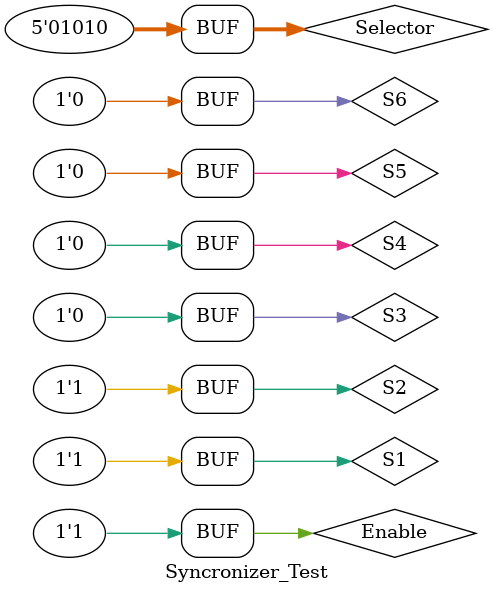
<source format=v>
`timescale 1ns / 1ps


module Syncronizer_Test;

	// Inputs
	reg S1;
	reg S2;
	reg S3;
	reg S4;
	reg S5;
	reg S6;
	reg [4:0] Selector;
	reg Enable;

	// Outputs
	wire Y;

	// Instantiate the Unit Under Test (UUT)
	Syncronizer uut (
		.S1(S1), 
		.S2(S2), 
		.S3(S3), 
		.S4(S4), 
		.S5(S5), 
		.S6(S6), 
		.Selector(Selector), 
		.Enable(Enable), 
		.Y(Y)
	);

	initial begin
		// Initialize Inputs
		S1 = 1;
		S2 = 1;
		S3 = 0;
		S4 = 0;
		S5 = 0;
		S6 = 0;
		#100 Selector = 10;
		Enable = 1;

		// Wait 100 ns for global reset to finish
		#100;
        
		// Add stimulus here

	end
      
endmodule


</source>
